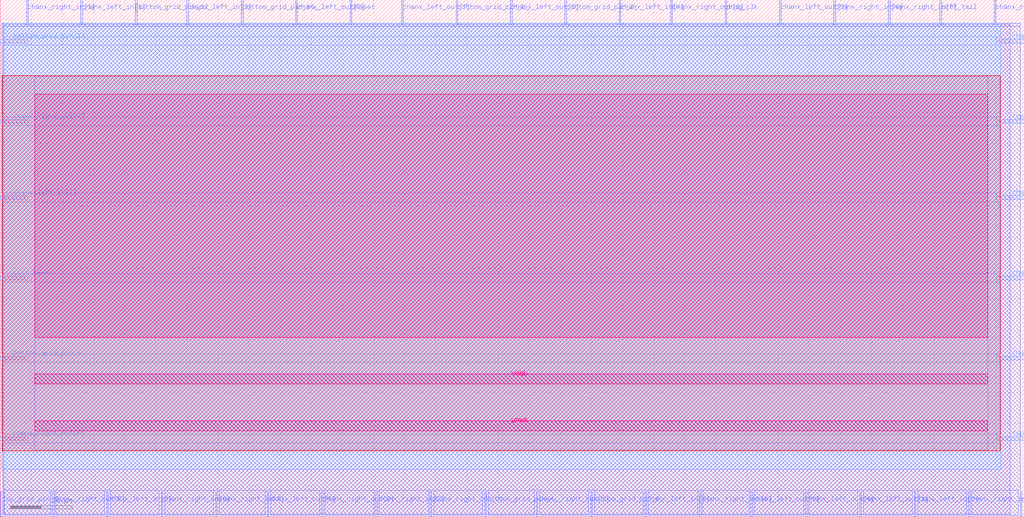
<source format=lef>
VERSION 5.7 ;
  NAMESCASESENSITIVE ON ;
  NOWIREEXTENSIONATPIN ON ;
  DIVIDERCHAR "/" ;
  BUSBITCHARS "[]" ;
UNITS
  DATABASE MICRONS 200 ;
END UNITS

MACRO cbx_1__0_
  CLASS BLOCK ;
  FOREIGN cbx_1__0_ ;
  ORIGIN 0.000 0.000 ;
  SIZE 164.515 BY 83.150 ;
  PIN bottom_grid_pin_0_
    DIRECTION OUTPUT TRISTATE ;
    PORT
      LAYER met3 ;
        RECT 0.000 25.200 4.000 25.800 ;
    END
  END bottom_grid_pin_0_
  PIN bottom_grid_pin_10_
    DIRECTION OUTPUT TRISTATE ;
    PORT
      LAYER met2 ;
        RECT 38.730 79.150 39.010 83.150 ;
    END
  END bottom_grid_pin_10_
  PIN bottom_grid_pin_12_
    DIRECTION OUTPUT TRISTATE ;
    PORT
      LAYER met2 ;
        RECT 21.710 79.150 21.990 83.150 ;
    END
  END bottom_grid_pin_12_
  PIN bottom_grid_pin_14_
    DIRECTION OUTPUT TRISTATE ;
    PORT
      LAYER met3 ;
        RECT 0.000 76.200 4.000 76.800 ;
    END
  END bottom_grid_pin_14_
  PIN bottom_grid_pin_2_
    DIRECTION OUTPUT TRISTATE ;
    PORT
      LAYER met2 ;
        RECT 90.710 79.150 90.990 83.150 ;
    END
  END bottom_grid_pin_2_
  PIN bottom_grid_pin_4_
    DIRECTION OUTPUT TRISTATE ;
    PORT
      LAYER met2 ;
        RECT 77.830 0.000 78.110 4.000 ;
    END
  END bottom_grid_pin_4_
  PIN bottom_grid_pin_6_
    DIRECTION OUTPUT TRISTATE ;
    PORT
      LAYER met2 ;
        RECT 94.850 0.000 95.130 4.000 ;
    END
  END bottom_grid_pin_6_
  PIN bottom_grid_pin_8_
    DIRECTION OUTPUT TRISTATE ;
    PORT
      LAYER met2 ;
        RECT 73.230 79.150 73.510 83.150 ;
    END
  END bottom_grid_pin_8_
  PIN ccff_head
    DIRECTION INPUT ;
    PORT
      LAYER met3 ;
        RECT 0.000 38.120 4.000 38.720 ;
    END
  END ccff_head
  PIN ccff_tail
    DIRECTION OUTPUT TRISTATE ;
    PORT
      LAYER met2 ;
        RECT 150.970 79.150 151.250 83.150 ;
    END
  END ccff_tail
  PIN chanx_left_in[0]
    DIRECTION INPUT ;
    PORT
      LAYER met3 ;
        RECT 160.515 38.120 164.515 38.720 ;
    END
  END chanx_left_in[0]
  PIN chanx_left_in[1]
    DIRECTION INPUT ;
    PORT
      LAYER met2 ;
        RECT 12.970 79.150 13.250 83.150 ;
    END
  END chanx_left_in[1]
  PIN chanx_left_in[2]
    DIRECTION INPUT ;
    PORT
      LAYER met2 ;
        RECT 103.590 0.000 103.870 4.000 ;
    END
  END chanx_left_in[2]
  PIN chanx_left_in[3]
    DIRECTION INPUT ;
    PORT
      LAYER met2 ;
        RECT 29.990 79.150 30.270 83.150 ;
    END
  END chanx_left_in[3]
  PIN chanx_left_in[4]
    DIRECTION INPUT ;
    PORT
      LAYER met2 ;
        RECT 99.450 79.150 99.730 83.150 ;
    END
  END chanx_left_in[4]
  PIN chanx_left_in[5]
    DIRECTION INPUT ;
    PORT
      LAYER met2 ;
        RECT 17.110 0.000 17.390 4.000 ;
    END
  END chanx_left_in[5]
  PIN chanx_left_in[6]
    DIRECTION INPUT ;
    PORT
      LAYER met2 ;
        RECT 146.830 0.000 147.110 4.000 ;
    END
  END chanx_left_in[6]
  PIN chanx_left_in[7]
    DIRECTION INPUT ;
    PORT
      LAYER met3 ;
        RECT 0.000 51.040 4.000 51.640 ;
    END
  END chanx_left_in[7]
  PIN chanx_left_in[8]
    DIRECTION INPUT ;
    PORT
      LAYER met2 ;
        RECT 163.850 0.000 164.130 4.000 ;
    END
  END chanx_left_in[8]
  PIN chanx_left_out[0]
    DIRECTION OUTPUT TRISTATE ;
    PORT
      LAYER met3 ;
        RECT 160.515 76.200 164.515 76.800 ;
    END
  END chanx_left_out[0]
  PIN chanx_left_out[1]
    DIRECTION OUTPUT TRISTATE ;
    PORT
      LAYER met2 ;
        RECT 138.090 0.000 138.370 4.000 ;
    END
  END chanx_left_out[1]
  PIN chanx_left_out[2]
    DIRECTION OUTPUT TRISTATE ;
    PORT
      LAYER met2 ;
        RECT 47.470 79.150 47.750 83.150 ;
    END
  END chanx_left_out[2]
  PIN chanx_left_out[3]
    DIRECTION OUTPUT TRISTATE ;
    PORT
      LAYER met2 ;
        RECT 125.210 79.150 125.490 83.150 ;
    END
  END chanx_left_out[3]
  PIN chanx_left_out[4]
    DIRECTION OUTPUT TRISTATE ;
    PORT
      LAYER met2 ;
        RECT 129.350 0.000 129.630 4.000 ;
    END
  END chanx_left_out[4]
  PIN chanx_left_out[5]
    DIRECTION OUTPUT TRISTATE ;
    PORT
      LAYER met2 ;
        RECT 81.970 79.150 82.250 83.150 ;
    END
  END chanx_left_out[5]
  PIN chanx_left_out[6]
    DIRECTION OUTPUT TRISTATE ;
    PORT
      LAYER met2 ;
        RECT 42.870 0.000 43.150 4.000 ;
    END
  END chanx_left_out[6]
  PIN chanx_left_out[7]
    DIRECTION OUTPUT TRISTATE ;
    PORT
      LAYER met2 ;
        RECT 64.490 79.150 64.770 83.150 ;
    END
  END chanx_left_out[7]
  PIN chanx_left_out[8]
    DIRECTION OUTPUT TRISTATE ;
    PORT
      LAYER met2 ;
        RECT 120.610 0.000 120.890 4.000 ;
    END
  END chanx_left_out[8]
  PIN chanx_right_in[0]
    DIRECTION INPUT ;
    PORT
      LAYER met2 ;
        RECT 142.690 79.150 142.970 83.150 ;
    END
  END chanx_right_in[0]
  PIN chanx_right_in[1]
    DIRECTION INPUT ;
    PORT
      LAYER met2 ;
        RECT 4.230 79.150 4.510 83.150 ;
    END
  END chanx_right_in[1]
  PIN chanx_right_in[2]
    DIRECTION INPUT ;
    PORT
      LAYER met2 ;
        RECT 60.350 0.000 60.630 4.000 ;
    END
  END chanx_right_in[2]
  PIN chanx_right_in[3]
    DIRECTION INPUT ;
    PORT
      LAYER met3 ;
        RECT 160.515 51.040 164.515 51.640 ;
    END
  END chanx_right_in[3]
  PIN chanx_right_in[4]
    DIRECTION INPUT ;
    PORT
      LAYER met2 ;
        RECT 133.950 79.150 134.230 83.150 ;
    END
  END chanx_right_in[4]
  PIN chanx_right_in[5]
    DIRECTION INPUT ;
    PORT
      LAYER met2 ;
        RECT 159.710 79.150 159.990 83.150 ;
    END
  END chanx_right_in[5]
  PIN chanx_right_in[6]
    DIRECTION INPUT ;
    PORT
      LAYER met2 ;
        RECT 155.570 0.000 155.850 4.000 ;
    END
  END chanx_right_in[6]
  PIN chanx_right_in[7]
    DIRECTION INPUT ;
    PORT
      LAYER met2 ;
        RECT 34.590 0.000 34.870 4.000 ;
    END
  END chanx_right_in[7]
  PIN chanx_right_in[8]
    DIRECTION INPUT ;
    PORT
      LAYER met2 ;
        RECT 25.850 0.000 26.130 4.000 ;
    END
  END chanx_right_in[8]
  PIN chanx_right_out[0]
    DIRECTION OUTPUT TRISTATE ;
    PORT
      LAYER met2 ;
        RECT 112.330 0.000 112.610 4.000 ;
    END
  END chanx_right_out[0]
  PIN chanx_right_out[1]
    DIRECTION OUTPUT TRISTATE ;
    PORT
      LAYER met2 ;
        RECT 86.110 0.000 86.390 4.000 ;
    END
  END chanx_right_out[1]
  PIN chanx_right_out[2]
    DIRECTION OUTPUT TRISTATE ;
    PORT
      LAYER met2 ;
        RECT 69.090 0.000 69.370 4.000 ;
    END
  END chanx_right_out[2]
  PIN chanx_right_out[3]
    DIRECTION OUTPUT TRISTATE ;
    PORT
      LAYER met2 ;
        RECT 51.610 0.000 51.890 4.000 ;
    END
  END chanx_right_out[3]
  PIN chanx_right_out[4]
    DIRECTION OUTPUT TRISTATE ;
    PORT
      LAYER met3 ;
        RECT 0.000 63.280 4.000 63.880 ;
    END
  END chanx_right_out[4]
  PIN chanx_right_out[5]
    DIRECTION OUTPUT TRISTATE ;
    PORT
      LAYER met2 ;
        RECT 8.370 0.000 8.650 4.000 ;
    END
  END chanx_right_out[5]
  PIN chanx_right_out[6]
    DIRECTION OUTPUT TRISTATE ;
    PORT
      LAYER met2 ;
        RECT 107.730 79.150 108.010 83.150 ;
    END
  END chanx_right_out[6]
  PIN chanx_right_out[7]
    DIRECTION OUTPUT TRISTATE ;
    PORT
      LAYER met3 ;
        RECT 160.515 25.200 164.515 25.800 ;
    END
  END chanx_right_out[7]
  PIN chanx_right_out[8]
    DIRECTION OUTPUT TRISTATE ;
    PORT
      LAYER met3 ;
        RECT 0.000 12.280 4.000 12.880 ;
    END
  END chanx_right_out[8]
  PIN pReset
    DIRECTION INPUT ;
    PORT
      LAYER met2 ;
        RECT 56.210 79.150 56.490 83.150 ;
    END
  END pReset
  PIN prog_clk
    DIRECTION INPUT ;
    PORT
      LAYER met2 ;
        RECT 116.470 79.150 116.750 83.150 ;
    END
  END prog_clk
  PIN top_grid_pin_14_
    DIRECTION OUTPUT TRISTATE ;
    PORT
      LAYER met3 ;
        RECT 160.515 63.280 164.515 63.880 ;
    END
  END top_grid_pin_14_
  PIN top_grid_pin_2_
    DIRECTION OUTPUT TRISTATE ;
    PORT
      LAYER met3 ;
        RECT 160.515 12.280 164.515 12.880 ;
    END
  END top_grid_pin_2_
  PIN top_grid_pin_6_
    DIRECTION OUTPUT TRISTATE ;
    PORT
      LAYER met2 ;
        RECT 0.090 0.000 0.370 4.000 ;
    END
  END top_grid_pin_6_
  PIN VPWR
    DIRECTION INPUT ;
    USE POWER ;
    PORT
      LAYER met5 ;
        RECT 5.520 13.840 158.700 15.440 ;
    END
  END VPWR
  PIN VGND
    DIRECTION INPUT ;
    USE GROUND ;
    PORT
      LAYER met5 ;
        RECT 5.520 21.340 158.700 22.940 ;
    END
  END VGND
  OBS
      LAYER li1 ;
        RECT 5.520 10.795 158.700 70.805 ;
      LAYER met1 ;
        RECT 0.530 0.380 162.310 79.180 ;
      LAYER met2 ;
        RECT 0.370 78.870 3.950 79.405 ;
        RECT 4.790 78.870 12.690 79.405 ;
        RECT 13.530 78.870 21.430 79.405 ;
        RECT 22.270 78.870 29.710 79.405 ;
        RECT 30.550 78.870 38.450 79.405 ;
        RECT 39.290 78.870 47.190 79.405 ;
        RECT 48.030 78.870 55.930 79.405 ;
        RECT 56.770 78.870 64.210 79.405 ;
        RECT 65.050 78.870 72.950 79.405 ;
        RECT 73.790 78.870 81.690 79.405 ;
        RECT 82.530 78.870 90.430 79.405 ;
        RECT 91.270 78.870 99.170 79.405 ;
        RECT 100.010 78.870 107.450 79.405 ;
        RECT 108.290 78.870 116.190 79.405 ;
        RECT 117.030 78.870 124.930 79.405 ;
        RECT 125.770 78.870 133.670 79.405 ;
        RECT 134.510 78.870 142.410 79.405 ;
        RECT 143.250 78.870 150.690 79.405 ;
        RECT 151.530 78.870 159.430 79.405 ;
        RECT 160.270 78.870 163.850 79.405 ;
        RECT 0.370 4.280 163.850 78.870 ;
        RECT 0.650 0.270 8.090 4.280 ;
        RECT 8.930 0.270 16.830 4.280 ;
        RECT 17.670 0.270 25.570 4.280 ;
        RECT 26.410 0.270 34.310 4.280 ;
        RECT 35.150 0.270 42.590 4.280 ;
        RECT 43.430 0.270 51.330 4.280 ;
        RECT 52.170 0.270 60.070 4.280 ;
        RECT 60.910 0.270 68.810 4.280 ;
        RECT 69.650 0.270 77.550 4.280 ;
        RECT 78.390 0.270 85.830 4.280 ;
        RECT 86.670 0.270 94.570 4.280 ;
        RECT 95.410 0.270 103.310 4.280 ;
        RECT 104.150 0.270 112.050 4.280 ;
        RECT 112.890 0.270 120.330 4.280 ;
        RECT 121.170 0.270 129.070 4.280 ;
        RECT 129.910 0.270 137.810 4.280 ;
        RECT 138.650 0.270 146.550 4.280 ;
        RECT 147.390 0.270 155.290 4.280 ;
        RECT 156.130 0.270 163.570 4.280 ;
      LAYER met3 ;
        RECT 0.270 77.200 160.730 79.385 ;
        RECT 4.400 75.800 160.115 77.200 ;
        RECT 0.270 64.280 160.730 75.800 ;
        RECT 4.400 62.880 160.115 64.280 ;
        RECT 0.270 52.040 160.730 62.880 ;
        RECT 4.400 50.640 160.115 52.040 ;
        RECT 0.270 39.120 160.730 50.640 ;
        RECT 4.400 37.720 160.115 39.120 ;
        RECT 0.270 26.200 160.730 37.720 ;
        RECT 4.400 24.800 160.115 26.200 ;
        RECT 0.270 13.280 160.730 24.800 ;
        RECT 4.400 11.880 160.115 13.280 ;
        RECT 0.270 7.655 160.730 11.880 ;
      LAYER met4 ;
        RECT 0.295 10.640 160.705 70.960 ;
      LAYER met5 ;
        RECT 5.520 28.840 158.700 67.940 ;
  END
END cbx_1__0_
END LIBRARY


</source>
